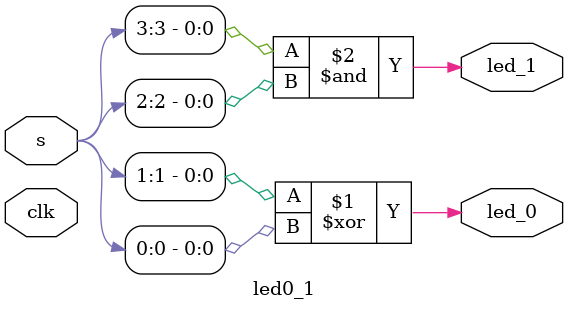
<source format=sv>

module lab1_wc( input logic clk, //TODO: how are we having the clock work? 
			input logic [3:0] s,
			input logic reset,			
			output logic [2:0] led, 
			output logic [6:0] seg);
	logic led_0, led_1;
		
	logic int_osc;
	logic [24:0] counter;
  
	// START CODE FROM TUTORIAL
	// Internal high-speed oscillator
	HSOSC #(.CLKHF_DIV(2'b01)) 
			hf_osc (.CLKHFPU(1'b1), .CLKHFEN(1'b1), .CLKHF(int_osc));
  
	// Counter
	always_ff @(posedge int_osc) begin
		if(reset == 0)  counter <= 0;
		else            counter <= counter + 1;
	end
  
	// Assign LED output
	assign led[2] = counter[24]; //TODO: this is blinking at ~1Hz. NOT 2.4
			
	// END CODE FROM TUTORIAL 
	
	seg_disp sd(clk, s, seg);
	led0_1 leds(clk, s, led_0, led_1);
	
	assign led[0] = led_0;
	assign led[1] = led_1; //TODO: this is shaky
	
	
	
			
endmodule 

// Wava Chan 
// wchan@g.hmc.edu
// Aug. 29, 2025
// seg_display determines which segments must be turned on for each hexidec digit

module seg_disp( input logic clk,
				input logic [3:0] s,
				output logic [6:0] seg
	);
	
	always_comb begin
		// seg[0] is A
		// seg[6] is G
		//TODO: is the way im assigning things right?
		case(s)
			4'b0000: seg <= 7'b1111110; //0
			4'b0001: seg <= 7'b0110000; //1
			4'b0010: seg <= 7'b1101101; //2
			4'b0011: seg <= 7'b1111001; //3
			4'b0100: seg <= 7'b0110011; //4
			4'b0101: seg <= 7'b1011011; //5
			4'b0110: seg <= 7'b1011111; //6
			4'b0111: seg <= 7'b1110000; //7
			4'b1000: seg <= 7'b1111111; //8
			4'b1001: seg <= 7'b1111011; //9
			4'b1010: seg <= 7'b1110111; //A
			4'b1011: seg <= 7'b0011111; //B
			4'b1100: seg <= 7'b0001101; //C
			4'b1101: seg <= 7'b0111101; //D
			4'b1110: seg <= 7'b1001111; //E
			4'b1110: seg <= 7'b1001111; //E
			4'b1111: seg <= 7'b1000111; //F
		endcase
	end
endmodule 

//TODO: intermediate variable for led[2:0]?
//TODO: does this need to be a module?

// Wava Chan 
// wchan@g.hmc.edu
// Aug. 29, 2025
// Assigns led output based on input value from s
module led0_1(input logic clk,
	input logic [3:0] s,
	output logic led_0, led_1 
	);

	assign led_0 = s[1] ^ s[0];
	assign led_1 =  s[3] & s[2];
		
endmodule 


// TODO: 
// turn on those segments by powering those pins 
// figure out how to wire the 7 segment display 
// you need to wire 7 pins and ground one 
</source>
